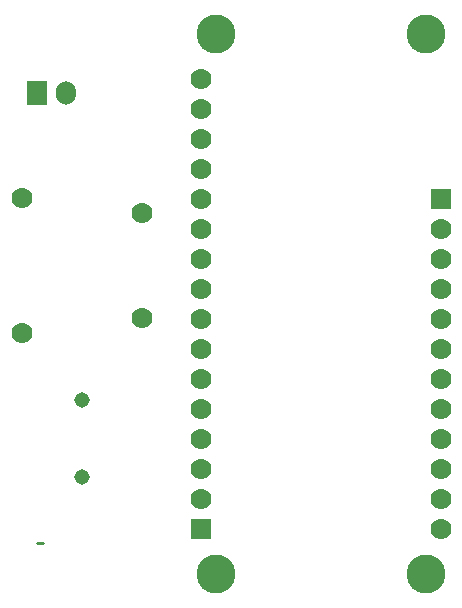
<source format=gbr>
G04 #@! TF.GenerationSoftware,KiCad,Pcbnew,(5.0.0)*
G04 #@! TF.CreationDate,2019-02-06T23:56:32-08:00*
G04 #@! TF.ProjectId,Tele(8)_PCB_v1,54656C652838295F5043425F76312E6B,rev?*
G04 #@! TF.SameCoordinates,Original*
G04 #@! TF.FileFunction,Copper,L2,Bot,Signal*
G04 #@! TF.FilePolarity,Positive*
%FSLAX46Y46*%
G04 Gerber Fmt 4.6, Leading zero omitted, Abs format (unit mm)*
G04 Created by KiCad (PCBNEW (5.0.0)) date 02/06/19 23:56:32*
%MOMM*%
%LPD*%
G01*
G04 APERTURE LIST*
G04 #@! TA.AperFunction,ComponentPad*
%ADD10C,1.778000*%
G04 #@! TD*
G04 #@! TA.AperFunction,ComponentPad*
%ADD11R,1.778000X1.778000*%
G04 #@! TD*
G04 #@! TA.AperFunction,ComponentPad*
%ADD12C,3.302000*%
G04 #@! TD*
G04 #@! TA.AperFunction,ComponentPad*
%ADD13R,1.700000X2.000000*%
G04 #@! TD*
G04 #@! TA.AperFunction,ComponentPad*
%ADD14O,1.700000X2.000000*%
G04 #@! TD*
G04 #@! TA.AperFunction,ComponentPad*
%ADD15C,1.308000*%
G04 #@! TD*
G04 #@! TA.AperFunction,Conductor*
%ADD16C,0.250000*%
G04 #@! TD*
G04 APERTURE END LIST*
D10*
G04 #@! TO.P,LR1,28*
G04 #@! TO.N,Net-(LR1-Pad28)*
X132004999Y-115645001D03*
G04 #@! TO.P,LR1,27*
G04 #@! TO.N,Net-(LR1-Pad27)*
X132004999Y-113105001D03*
G04 #@! TO.P,LR1,26*
G04 #@! TO.N,Net-(LR1-Pad26)*
X132004999Y-110565001D03*
G04 #@! TO.P,LR1,25*
G04 #@! TO.N,Net-(LR1-Pad25)*
X132004999Y-108025001D03*
G04 #@! TO.P,LR1,24*
G04 #@! TO.N,Net-(LR1-Pad24)*
X132004999Y-105485001D03*
G04 #@! TO.P,LR1,23*
G04 #@! TO.N,Net-(LR1-Pad23)*
X132004999Y-102945001D03*
G04 #@! TO.P,LR1,22*
G04 #@! TO.N,Net-(LR1-Pad22)*
X132004999Y-100405001D03*
G04 #@! TO.P,LR1,21*
G04 #@! TO.N,/Statu*
X132004999Y-97865001D03*
G04 #@! TO.P,LR1,20*
G04 #@! TO.N,/LED*
X132004999Y-95325001D03*
G04 #@! TO.P,LR1,19*
G04 #@! TO.N,Net-(LR1-Pad19)*
X132004999Y-92785001D03*
D11*
G04 #@! TO.P,LR1,17*
G04 #@! TO.N,Net-(LR1-Pad17)*
X132004999Y-87705001D03*
D10*
G04 #@! TO.P,LR1,18*
G04 #@! TO.N,Net-(LR1-Pad18)*
X132004999Y-90245001D03*
D11*
G04 #@! TO.P,LR1,16*
G04 #@! TO.N,Net-(LR1-Pad16)*
X111684999Y-115645001D03*
D10*
G04 #@! TO.P,LR1,15*
G04 #@! TO.N,Net-(LR1-Pad15)*
X111684999Y-113105001D03*
G04 #@! TO.P,LR1,14*
G04 #@! TO.N,Net-(LR1-Pad14)*
X111684999Y-110565001D03*
G04 #@! TO.P,LR1,13*
G04 #@! TO.N,Net-(LR1-Pad13)*
X111684999Y-108025001D03*
G04 #@! TO.P,LR1,12*
G04 #@! TO.N,Net-(LR1-Pad12)*
X111684999Y-105485001D03*
G04 #@! TO.P,LR1,11*
G04 #@! TO.N,Net-(LR1-Pad11)*
X111684999Y-102945001D03*
G04 #@! TO.P,LR1,10*
G04 #@! TO.N,Net-(LR1-Pad10)*
X111684999Y-100405001D03*
G04 #@! TO.P,LR1,9*
G04 #@! TO.N,Net-(LR1-Pad9)*
X111684999Y-97865001D03*
G04 #@! TO.P,LR1,8*
G04 #@! TO.N,/toBuzzer*
X111684999Y-95325001D03*
G04 #@! TO.P,LR1,7*
G04 #@! TO.N,/analogRead*
X111684999Y-92785001D03*
G04 #@! TO.P,LR1,6*
G04 #@! TO.N,/pwrRead*
X111684999Y-90245001D03*
G04 #@! TO.P,LR1,5*
G04 #@! TO.N,/therm*
X111684999Y-87705001D03*
G04 #@! TO.P,LR1,4*
G04 #@! TO.N,GND*
X111684999Y-85165001D03*
G04 #@! TO.P,LR1,3*
G04 #@! TO.N,Net-(LR1-Pad3)*
X111684999Y-82625001D03*
G04 #@! TO.P,LR1,2*
G04 #@! TO.N,/3V*
X111684999Y-80085001D03*
G04 #@! TO.P,LR1,1*
G04 #@! TO.N,Net-(LR1-Pad1)*
X111684999Y-77545001D03*
D12*
G04 #@! TO.P,LR1,*
G04 #@! TO.N,*
X130734999Y-119455001D03*
X112954999Y-119455001D03*
X112954999Y-73735001D03*
X130734999Y-73735001D03*
G04 #@! TD*
D13*
G04 #@! TO.P,J1,1*
G04 #@! TO.N,GND*
X97790000Y-78740000D03*
D14*
G04 #@! TO.P,J1,2*
G04 #@! TO.N,/therm*
X100290000Y-78740000D03*
G04 #@! TD*
D15*
G04 #@! TO.P,LS1,P*
G04 #@! TO.N,/toBuzzer*
X101600000Y-104700000D03*
G04 #@! TO.P,LS1,M*
G04 #@! TO.N,GND*
X101600000Y-111200000D03*
G04 #@! TD*
D10*
G04 #@! TO.P,SigIn,1*
G04 #@! TO.N,Net-(R4-Pad2)*
X106680000Y-88900000D03*
G04 #@! TD*
G04 #@! TO.P,exGnd,1*
G04 #@! TO.N,Net-(R5-Pad1)*
X96520000Y-87630000D03*
G04 #@! TD*
G04 #@! TO.P,sigIn,1*
G04 #@! TO.N,Net-(R7-Pad2)*
X106680000Y-97790000D03*
G04 #@! TD*
G04 #@! TO.P,exGnd,1*
G04 #@! TO.N,Net-(R6-Pad1)*
X96520000Y-99060000D03*
G04 #@! TD*
D16*
G04 #@! TO.N,GND*
X98376774Y-116840000D02*
X97790000Y-116840000D01*
G04 #@! TD*
M02*

</source>
